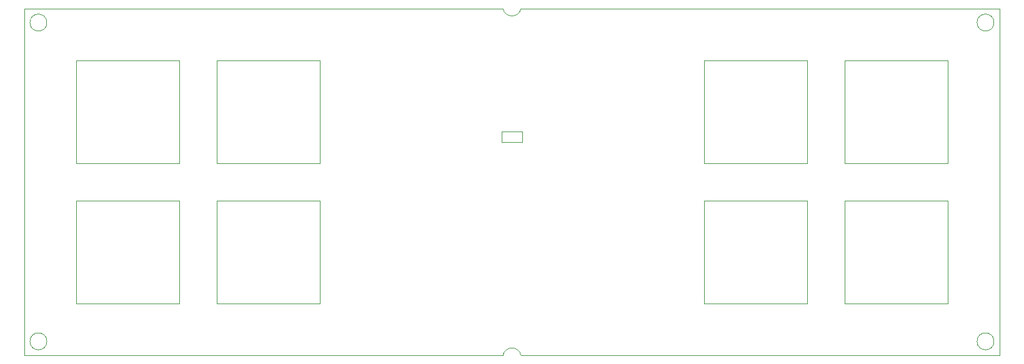
<source format=gbr>
%TF.GenerationSoftware,KiCad,Pcbnew,(5.1.6)-1*%
%TF.CreationDate,2022-02-07T14:22:24-06:00*%
%TF.ProjectId,Pikatea R26 Plate,50696b61-7465-4612-9052-323620506c61,rev?*%
%TF.SameCoordinates,Original*%
%TF.FileFunction,Profile,NP*%
%FSLAX46Y46*%
G04 Gerber Fmt 4.6, Leading zero omitted, Abs format (unit mm)*
G04 Created by KiCad (PCBNEW (5.1.6)-1) date 2022-02-07 14:22:24*
%MOMM*%
%LPD*%
G01*
G04 APERTURE LIST*
%TA.AperFunction,Profile*%
%ADD10C,0.050000*%
%TD*%
G04 APERTURE END LIST*
D10*
X138018730Y-92525000D02*
G75*
G02*
X135581270Y-92524999I-1218730J282123D01*
G01*
X135581269Y-139574999D02*
G75*
G02*
X138018731Y-139575001I1218731J-275001D01*
G01*
X91750000Y-132575000D02*
X91750000Y-118575000D01*
X91750000Y-118575000D02*
X77750000Y-118575000D01*
X77750000Y-132575000D02*
X91750000Y-132575000D01*
X77750000Y-118575000D02*
X77750000Y-132575000D01*
X91750000Y-113525000D02*
X91750000Y-99525000D01*
X77750000Y-113525000D02*
X91750000Y-113525000D01*
X77750000Y-99525000D02*
X77750000Y-113525000D01*
X91750000Y-99525000D02*
X77750000Y-99525000D01*
X195850000Y-132575000D02*
X195850000Y-118575000D01*
X181850000Y-132575000D02*
X195850000Y-132575000D01*
X96800000Y-113525000D02*
X110800000Y-113525000D01*
X110800000Y-132575000D02*
X110800000Y-118575000D01*
X110800000Y-99525000D02*
X96800000Y-99525000D01*
X162800000Y-99525000D02*
X162800000Y-113525000D01*
X176800000Y-113525000D02*
X176800000Y-99525000D01*
X176800000Y-99525000D02*
X162800000Y-99525000D01*
X202125230Y-137700230D02*
G75*
G03*
X202125230Y-137700230I-1150000J0D01*
G01*
X176800000Y-118575000D02*
X162800000Y-118575000D01*
X96800000Y-99525000D02*
X96800000Y-113525000D01*
X162800000Y-113525000D02*
X176800000Y-113525000D01*
X110800000Y-113525000D02*
X110800000Y-99525000D01*
X73774771Y-137700230D02*
G75*
G03*
X73774771Y-137700230I-1150000J0D01*
G01*
X96800000Y-118575000D02*
X96800000Y-132575000D01*
X110800000Y-118575000D02*
X96800000Y-118575000D01*
X176800000Y-132575000D02*
X176800000Y-118575000D01*
X96800000Y-132575000D02*
X110800000Y-132575000D01*
X162800000Y-132575000D02*
X176800000Y-132575000D01*
X162800000Y-118575000D02*
X162800000Y-132575000D01*
X73774771Y-94399771D02*
G75*
G03*
X73774771Y-94399771I-1150000J0D01*
G01*
X202850000Y-139575000D02*
X202850000Y-92525000D01*
X138175001Y-110670000D02*
X138175001Y-109170000D01*
X135425001Y-109170000D02*
X135425001Y-110670000D01*
X202125230Y-94399771D02*
G75*
G03*
X202125230Y-94399771I-1150000J0D01*
G01*
X202850000Y-92525000D02*
X138018732Y-92525000D01*
X181850000Y-99525000D02*
X181850000Y-113525000D01*
X138018732Y-139575000D02*
X202850000Y-139575000D01*
X135425001Y-110670000D02*
X138175001Y-110670000D01*
X195850000Y-99525000D02*
X181850000Y-99525000D01*
X70750000Y-92525000D02*
X70750000Y-139575000D01*
X181850000Y-118575000D02*
X181850000Y-132575000D01*
X70750000Y-139575000D02*
X135581269Y-139575000D01*
X138175001Y-109170000D02*
X135425001Y-109170000D01*
X195850000Y-118575000D02*
X181850000Y-118575000D01*
X135581269Y-92525000D02*
X70750000Y-92525000D01*
X195850000Y-113525000D02*
X195850000Y-99525000D01*
X181850000Y-113525000D02*
X195850000Y-113525000D01*
M02*

</source>
